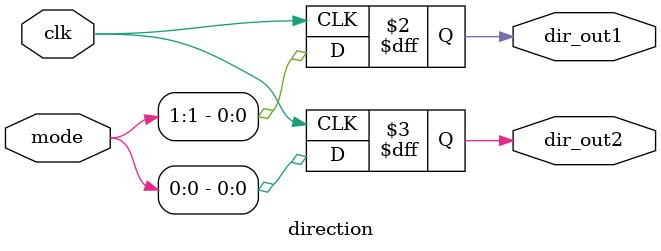
<source format=v>
`timescale 1ns / 1ps

`timescale 1ns/1ps
module direction(clk,mode,dir_out1,dir_out2);
input clk;
input[1:0] mode;
output dir_out1;
output dir_out2;
reg dir_out1;
reg dir_out2;

always@(posedge clk)
{dir_out1,dir_out2}=mode;
endmodule

</source>
